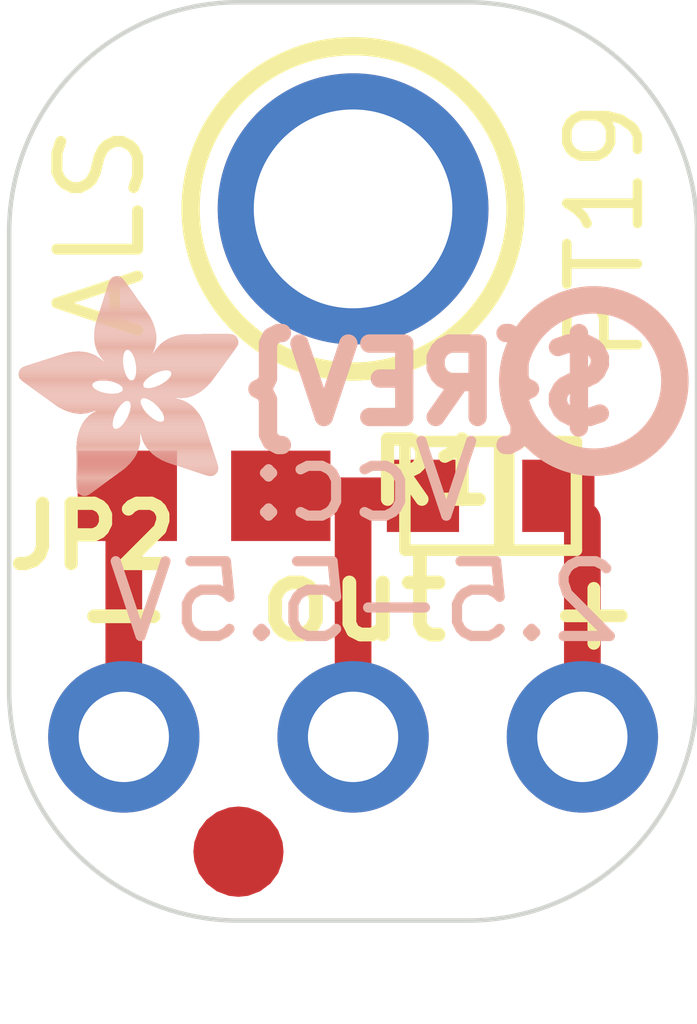
<source format=kicad_pcb>
(kicad_pcb (version 20221018) (generator pcbnew)
  (layers (0 "F.Cu" signal) (31 "B.Cu" signal) (34 "B.Paste" user) (35 "F.Paste" user) (36 "B.SilkS" user "B.Silkscreen") (37 "F.SilkS" user "F.Silkscreen") (38 "B.Mask" user) (39 "F.Mask" user) (44 "Edge.Cuts" user))
  (net 0 "")
  (net 1 "VCC")
  (net 2 "OUT")
  (net 3 "GND")
  (footprint "working:ALS-PT19-315C" (layer "F.Cu") (at 150.0251 105.3846 180)
    (fp_text reference "U1" hide)
    (fp_text value "ALS-PT19-315C" hide)
    (pad "C" smd rect (at -0.75 0 180) (size 0.8 0.8) (layers "F.Cu" "F.Paste" "F.Mask") (net 1 "VCC"))
    (pad "E" smd rect (at 0.75 0 180) (size 0.8 0.8) (layers "F.Cu" "F.Paste" "F.Mask") (net 2 "OUT"))
  )
  (footprint "working:1X03_ROUND" (layer "F.Cu") (at 148.5011 108.0516)
    (fp_text reference "JP2" (at -3.8862 -1.8288) (layer "F.SilkS") (effects (font (size 0.666496 0.666496) (thickness 0.146304)) (justify left bottom)))
    (fp_text value "")
    (pad "1" thru_hole circle (at -2.54 0 90) (size 1.6764 1.6764) (drill 1) (layers "*.Cu" "*.Mask") (net 3 "GND"))
    (pad "2" thru_hole circle (at 0 0 90) (size 1.6764 1.6764) (drill 1) (layers "*.Cu" "*.Mask") (net 2 "OUT"))
    (pad "3" thru_hole circle (at 2.54 0 90) (size 1.6764 1.6764) (drill 1) (layers "*.Cu" "*.Mask") (net 1 "VCC"))
  )
  (footprint "working:MOUNTINGHOLE_2.0_PLATED" (layer "F.Cu") (at 148.5011 102.2096)
    (fp_text reference "U$2" hide)
    (fp_text value "MOUNTINGHOLE2.0" hide)
    (pad "P$1" thru_hole circle (at 0 0) (size 3 3) (drill 2.2) (layers "*.Cu" "*.Mask"))
  )
  (footprint "working:0603-NO" (layer "F.Cu") (at 146.8501 105.3846)
    (fp_text reference "R1" (at 1.778 0.127) (layer "F.SilkS") (effects (font (size 0.666496 0.666496) (thickness 0.146304)) (justify left bottom)))
    (fp_text value "10K")
    (pad "1" smd rect (at -0.85 0) (size 1.1 1) (layers "F.Cu" "F.Paste" "F.Mask") (net 3 "GND"))
    (pad "2" smd rect (at 0.85 0) (size 1.1 1) (layers "F.Cu" "F.Paste" "F.Mask") (net 2 "OUT"))
  )
  (footprint "working:FIDUCIAL_1MM" (layer "F.Cu") (at 147.2311 109.3216)
    (fp_text reference "FID1" hide)
    (fp_text value "FIDUCIAL\"\"" hide)
    (pad "1" smd roundrect (at 0 0) (size 1 1) (layers "F.Cu" "F.Mask") (roundrect_rratio 0.5))
  )
  (footprint "working:PCBFEAT-REV-040" (layer "B.Cu") (at 151.1681 104.1146 180)
    (fp_text reference "U$3" hide)
    (fp_text value "" hide)
    (fp_text user "${REV}" (at -0.3556 -0.508) (layer "B.SilkS") (effects (font (size 0.8128 0.8128) (thickness 0.2032)) (justify left bottom mirror)))
  )
  (footprint "working:ADAFRUIT_2.5MM" (layer "B.Cu") (at 147.2311 105.3846 180)
    (fp_text reference "U$1" hide)
    (fp_text value "" hide)
  )
  (gr_arc (start 152.3111 107.5436) (mid 151.567151 109.339651) (end 149.7711 110.0836) (stroke (width 0.05)) (layer "Edge.Cuts"))
  (gr_line (start 149.7711 110.0836) (end 147.2311 110.0836) (stroke (width 0.05)) (layer "Edge.Cuts"))
  (gr_line (start 152.3111 102.4636) (end 152.3111 107.5436) (stroke (width 0.05)) (layer "Edge.Cuts"))
  (gr_arc (start 149.7711 99.9236) (mid 151.567151 100.667549) (end 152.3111 102.4636) (stroke (width 0.05)) (layer "Edge.Cuts"))
  (gr_arc (start 144.6911 102.4636) (mid 145.435049 100.667549) (end 147.2311 99.9236) (stroke (width 0.05)) (layer "Edge.Cuts"))
  (gr_line (start 144.6911 107.5436) (end 144.6911 102.4636) (stroke (width 0.05)) (layer "Edge.Cuts"))
  (gr_arc (start 147.2311 110.0836) (mid 145.435049 109.339651) (end 144.6911 107.5436) (stroke (width 0.05)) (layer "Edge.Cuts"))
  (gr_line (start 147.2311 99.9236) (end 149.7711 99.9236) (stroke (width 0.05)) (layer "Edge.Cuts"))
  (gr_text "Vcc:\n2.5-5.5V" (at 148.6281 105.8926) (layer "B.SilkS") (effects (font (size 0.827024 0.827024) (thickness 0.112776)) (justify mirror)))
  (gr_text "-" (at 145.9611 106.6546) (layer "F.SilkS") (effects (font (size 0.8636 0.8636) (thickness 0.1524))))
  (gr_text "out" (at 148.5011 106.5276) (layer "F.SilkS") (effects (font (size 0.8636 0.8636) (thickness 0.1524))))
  (gr_text "+" (at 151.1681 106.6546) (layer "F.SilkS") (effects (font (size 0.79883 0.79883) (thickness 0.14097))))
  (gr_text "ALS" (at 145.7071 102.4636 90) (layer "F.SilkS") (effects (font (size 0.89408 0.89408) (thickness 0.12192))))
  (gr_text "PT19" (at 151.2951 102.4636 90) (layer "F.SilkS") (effects (font (size 0.78232 0.78232) (thickness 0.10668))))
  (segment (start 151.0411 105.6506) (end 151.0411 108.0516) (width 0.4064) (layer "F.Cu") (net 1))
  (segment (start 150.7751 105.3846) (end 151.0411 105.6506) (width 0.4064) (layer "F.Cu") (net 1))
  (segment (start 147.7001 105.3846) (end 148.3741 105.3846) (width 0.4064) (layer "F.Cu") (net 2))
  (segment (start 148.3741 105.3846) (end 149.2751 105.3846) (width 0.4064) (layer "F.Cu") (net 2))
  (segment (start 148.5011 108.0516) (end 148.5011 105.5116) (width 0.4064) (layer "F.Cu") (net 2))
  (segment (start 148.5011 105.5116) (end 148.3741 105.3846) (width 0.4064) (layer "F.Cu") (net 2))
  (segment (start 145.9611 108.0516) (end 145.9611 105.4236) (width 0.4064) (layer "F.Cu") (net 3))
  (segment (start 145.9611 105.4236) (end 146.0001 105.3846) (width 0.4064) (layer "F.Cu") (net 3))
)
</source>
